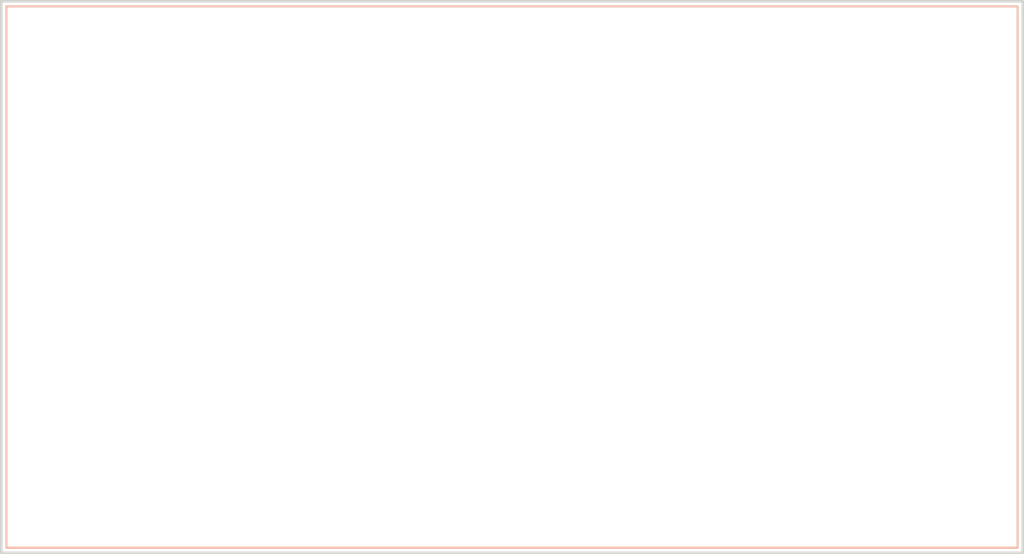
<source format=kicad_pcb>
(kicad_pcb
	(version 20241229)
	(generator "pcbnew")
	(generator_version "9.0")
	(general
		(thickness 1.6)
		(legacy_teardrops no)
	)
	(paper "A4")
	(layers
		(0 "F.Cu" signal)
		(2 "B.Cu" signal)
		(9 "F.Adhes" user "F.Adhesive")
		(11 "B.Adhes" user "B.Adhesive")
		(13 "F.Paste" user)
		(15 "B.Paste" user)
		(5 "F.SilkS" user "F.Silkscreen")
		(7 "B.SilkS" user "B.Silkscreen")
		(1 "F.Mask" user)
		(3 "B.Mask" user)
		(17 "Dwgs.User" user "User.Drawings")
		(19 "Cmts.User" user "User.Comments")
		(21 "Eco1.User" user "User.Eco1")
		(23 "Eco2.User" user "User.Eco2")
		(25 "Edge.Cuts" user)
		(27 "Margin" user)
		(31 "F.CrtYd" user "F.Courtyard")
		(29 "B.CrtYd" user "B.Courtyard")
		(35 "F.Fab" user)
		(33 "B.Fab" user)
		(39 "User.1" user)
		(41 "User.2" user)
		(43 "User.3" user)
		(45 "User.4" user)
		(47 "User.5" user)
		(49 "User.6" user)
		(51 "User.7" user)
		(53 "User.8" user)
		(55 "User.9" user)
	)
	(setup
		(pad_to_mask_clearance 0)
		(allow_soldermask_bridges_in_footprints no)
		(tenting front back)
		(pcbplotparams
			(layerselection 0x00000000_00000000_55555555_5755f5ff)
			(plot_on_all_layers_selection 0x00000000_00000000_00000000_00000000)
			(disableapertmacros no)
			(usegerberextensions no)
			(usegerberattributes yes)
			(usegerberadvancedattributes yes)
			(creategerberjobfile yes)
			(dashed_line_dash_ratio 12.000000)
			(dashed_line_gap_ratio 3.000000)
			(svgprecision 4)
			(plotframeref no)
			(mode 1)
			(useauxorigin no)
			(hpglpennumber 1)
			(hpglpenspeed 20)
			(hpglpendiameter 15.000000)
			(pdf_front_fp_property_popups yes)
			(pdf_back_fp_property_popups yes)
			(pdf_metadata yes)
			(pdf_single_document no)
			(dxfpolygonmode yes)
			(dxfimperialunits yes)
			(dxfusepcbnewfont yes)
			(psnegative no)
			(psa4output no)
			(plot_black_and_white yes)
			(plotinvisibletext no)
			(sketchpadsonfab no)
			(plotpadnumbers no)
			(hidednponfab no)
			(sketchdnponfab yes)
			(crossoutdnponfab yes)
			(subtractmaskfromsilk no)
			(outputformat 1)
			(mirror no)
			(drillshape 1)
			(scaleselection 1)
			(outputdirectory "")
		)
	)
	(net 0 "")
	(gr_rect
		(start 41.7 103.5)
		(end 140.7 156.5)
		(stroke
			(width 0.2)
			(type solid)
		)
		(fill no)
		(layer "F.SilkS")
		(uuid "93040137-4931-42d1-a51c-e3c954dea08d")
	)
	(gr_rect
		(start 41.7 103.5)
		(end 140.7 156.5)
		(stroke
			(width 0.2)
			(type solid)
		)
		(fill no)
		(layer "B.SilkS")
		(uuid "140df76c-d972-4827-b4df-234d09597396")
	)
	(gr_rect
		(start 41.2 103)
		(end 141.2 157)
		(stroke
			(width 0.254)
			(type solid)
		)
		(fill no)
		(layer "Edge.Cuts")
		(uuid "b91badaa-b357-4396-bab7-4a56de6c305c")
	)
	(embedded_fonts no)
)

</source>
